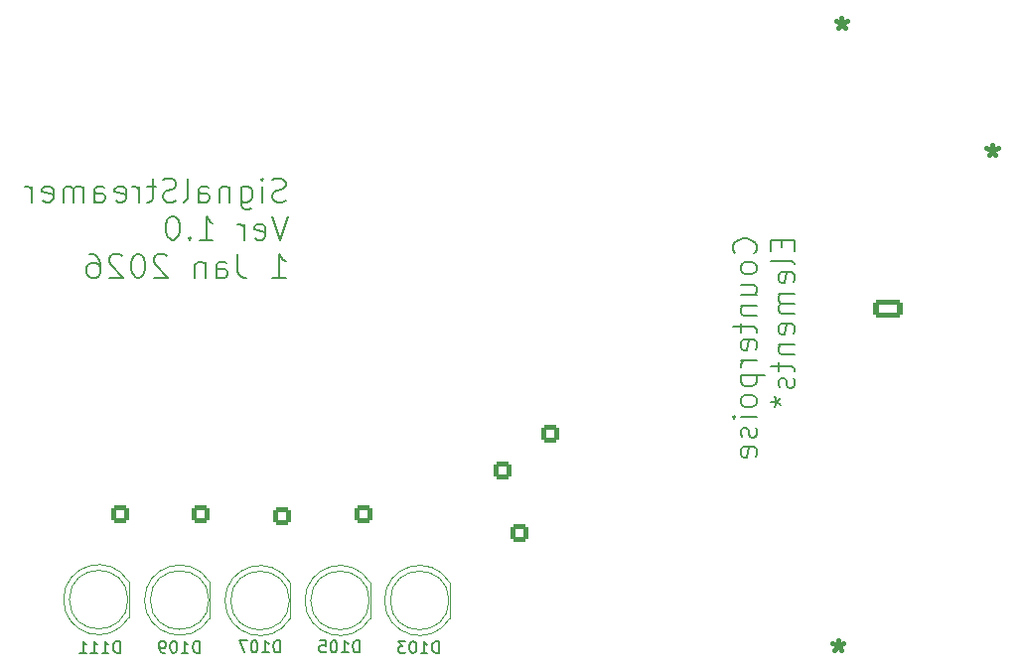
<source format=gbo>
G04 #@! TF.GenerationSoftware,KiCad,Pcbnew,9.0.4*
G04 #@! TF.CreationDate,2026-01-10T10:40:54-05:00*
G04 #@! TF.ProjectId,SignalStreamer,5369676e-616c-4537-9472-65616d65722e,rev?*
G04 #@! TF.SameCoordinates,Original*
G04 #@! TF.FileFunction,Legend,Bot*
G04 #@! TF.FilePolarity,Positive*
%FSLAX46Y46*%
G04 Gerber Fmt 4.6, Leading zero omitted, Abs format (unit mm)*
G04 Created by KiCad (PCBNEW 9.0.4) date 2026-01-10 10:40:54*
%MOMM*%
%LPD*%
G01*
G04 APERTURE LIST*
G04 Aperture macros list*
%AMRoundRect*
0 Rectangle with rounded corners*
0 $1 Rounding radius*
0 $2 $3 $4 $5 $6 $7 $8 $9 X,Y pos of 4 corners*
0 Add a 4 corners polygon primitive as box body*
4,1,4,$2,$3,$4,$5,$6,$7,$8,$9,$2,$3,0*
0 Add four circle primitives for the rounded corners*
1,1,$1+$1,$2,$3*
1,1,$1+$1,$4,$5*
1,1,$1+$1,$6,$7*
1,1,$1+$1,$8,$9*
0 Add four rect primitives between the rounded corners*
20,1,$1+$1,$2,$3,$4,$5,0*
20,1,$1+$1,$4,$5,$6,$7,0*
20,1,$1+$1,$6,$7,$8,$9,0*
20,1,$1+$1,$8,$9,$2,$3,0*%
G04 Aperture macros list end*
%ADD10C,0.150000*%
%ADD11C,0.400000*%
%ADD12C,0.120000*%
%ADD13C,2.600000*%
%ADD14R,1.524000X5.000000*%
%ADD15C,5.000000*%
%ADD16RoundRect,0.250000X-0.550000X0.550000X-0.550000X-0.550000X0.550000X-0.550000X0.550000X0.550000X0*%
%ADD17C,1.600000*%
%ADD18C,2.500000*%
%ADD19C,3.000000*%
%ADD20R,1.800000X1.800000*%
%ADD21C,1.800000*%
%ADD22O,2.500000X1.600000*%
%ADD23C,3.500000*%
%ADD24RoundRect,0.250000X-1.000000X0.550000X-1.000000X-0.550000X1.000000X-0.550000X1.000000X0.550000X0*%
%ADD25RoundRect,0.250000X0.550000X0.550000X-0.550000X0.550000X-0.550000X-0.550000X0.550000X-0.550000X0*%
%ADD26C,7.000000*%
%ADD27R,5.000000X1.524000*%
%ADD28RoundRect,0.250000X-0.550000X-0.550000X0.550000X-0.550000X0.550000X0.550000X-0.550000X0.550000X0*%
%ADD29C,1.440000*%
G04 APERTURE END LIST*
D10*
X81940475Y-114774819D02*
X81940475Y-113774819D01*
X81940475Y-113774819D02*
X81702380Y-113774819D01*
X81702380Y-113774819D02*
X81559523Y-113822438D01*
X81559523Y-113822438D02*
X81464285Y-113917676D01*
X81464285Y-113917676D02*
X81416666Y-114012914D01*
X81416666Y-114012914D02*
X81369047Y-114203390D01*
X81369047Y-114203390D02*
X81369047Y-114346247D01*
X81369047Y-114346247D02*
X81416666Y-114536723D01*
X81416666Y-114536723D02*
X81464285Y-114631961D01*
X81464285Y-114631961D02*
X81559523Y-114727200D01*
X81559523Y-114727200D02*
X81702380Y-114774819D01*
X81702380Y-114774819D02*
X81940475Y-114774819D01*
X80416666Y-114774819D02*
X80988094Y-114774819D01*
X80702380Y-114774819D02*
X80702380Y-113774819D01*
X80702380Y-113774819D02*
X80797618Y-113917676D01*
X80797618Y-113917676D02*
X80892856Y-114012914D01*
X80892856Y-114012914D02*
X80988094Y-114060533D01*
X79797618Y-113774819D02*
X79702380Y-113774819D01*
X79702380Y-113774819D02*
X79607142Y-113822438D01*
X79607142Y-113822438D02*
X79559523Y-113870057D01*
X79559523Y-113870057D02*
X79511904Y-113965295D01*
X79511904Y-113965295D02*
X79464285Y-114155771D01*
X79464285Y-114155771D02*
X79464285Y-114393866D01*
X79464285Y-114393866D02*
X79511904Y-114584342D01*
X79511904Y-114584342D02*
X79559523Y-114679580D01*
X79559523Y-114679580D02*
X79607142Y-114727200D01*
X79607142Y-114727200D02*
X79702380Y-114774819D01*
X79702380Y-114774819D02*
X79797618Y-114774819D01*
X79797618Y-114774819D02*
X79892856Y-114727200D01*
X79892856Y-114727200D02*
X79940475Y-114679580D01*
X79940475Y-114679580D02*
X79988094Y-114584342D01*
X79988094Y-114584342D02*
X80035713Y-114393866D01*
X80035713Y-114393866D02*
X80035713Y-114155771D01*
X80035713Y-114155771D02*
X79988094Y-113965295D01*
X79988094Y-113965295D02*
X79940475Y-113870057D01*
X79940475Y-113870057D02*
X79892856Y-113822438D01*
X79892856Y-113822438D02*
X79797618Y-113774819D01*
X78559523Y-113774819D02*
X79035713Y-113774819D01*
X79035713Y-113774819D02*
X79083332Y-114251009D01*
X79083332Y-114251009D02*
X79035713Y-114203390D01*
X79035713Y-114203390D02*
X78940475Y-114155771D01*
X78940475Y-114155771D02*
X78702380Y-114155771D01*
X78702380Y-114155771D02*
X78607142Y-114203390D01*
X78607142Y-114203390D02*
X78559523Y-114251009D01*
X78559523Y-114251009D02*
X78511904Y-114346247D01*
X78511904Y-114346247D02*
X78511904Y-114584342D01*
X78511904Y-114584342D02*
X78559523Y-114679580D01*
X78559523Y-114679580D02*
X78607142Y-114727200D01*
X78607142Y-114727200D02*
X78702380Y-114774819D01*
X78702380Y-114774819D02*
X78940475Y-114774819D01*
X78940475Y-114774819D02*
X79035713Y-114727200D01*
X79035713Y-114727200D02*
X79083332Y-114679580D01*
D11*
X122724938Y-113724438D02*
X122724938Y-114200628D01*
X123201128Y-114010152D02*
X122724938Y-114200628D01*
X122724938Y-114200628D02*
X122248747Y-114010152D01*
X123010652Y-114581580D02*
X122724938Y-114200628D01*
X122724938Y-114200628D02*
X122439223Y-114581580D01*
D10*
X75640363Y-76272424D02*
X75354649Y-76367662D01*
X75354649Y-76367662D02*
X74878458Y-76367662D01*
X74878458Y-76367662D02*
X74687982Y-76272424D01*
X74687982Y-76272424D02*
X74592744Y-76177185D01*
X74592744Y-76177185D02*
X74497506Y-75986709D01*
X74497506Y-75986709D02*
X74497506Y-75796233D01*
X74497506Y-75796233D02*
X74592744Y-75605757D01*
X74592744Y-75605757D02*
X74687982Y-75510519D01*
X74687982Y-75510519D02*
X74878458Y-75415281D01*
X74878458Y-75415281D02*
X75259411Y-75320043D01*
X75259411Y-75320043D02*
X75449887Y-75224804D01*
X75449887Y-75224804D02*
X75545125Y-75129566D01*
X75545125Y-75129566D02*
X75640363Y-74939090D01*
X75640363Y-74939090D02*
X75640363Y-74748614D01*
X75640363Y-74748614D02*
X75545125Y-74558138D01*
X75545125Y-74558138D02*
X75449887Y-74462900D01*
X75449887Y-74462900D02*
X75259411Y-74367662D01*
X75259411Y-74367662D02*
X74783220Y-74367662D01*
X74783220Y-74367662D02*
X74497506Y-74462900D01*
X73640363Y-76367662D02*
X73640363Y-75034328D01*
X73640363Y-74367662D02*
X73735601Y-74462900D01*
X73735601Y-74462900D02*
X73640363Y-74558138D01*
X73640363Y-74558138D02*
X73545125Y-74462900D01*
X73545125Y-74462900D02*
X73640363Y-74367662D01*
X73640363Y-74367662D02*
X73640363Y-74558138D01*
X71830839Y-75034328D02*
X71830839Y-76653376D01*
X71830839Y-76653376D02*
X71926077Y-76843852D01*
X71926077Y-76843852D02*
X72021315Y-76939090D01*
X72021315Y-76939090D02*
X72211792Y-77034328D01*
X72211792Y-77034328D02*
X72497506Y-77034328D01*
X72497506Y-77034328D02*
X72687982Y-76939090D01*
X71830839Y-76272424D02*
X72021315Y-76367662D01*
X72021315Y-76367662D02*
X72402268Y-76367662D01*
X72402268Y-76367662D02*
X72592744Y-76272424D01*
X72592744Y-76272424D02*
X72687982Y-76177185D01*
X72687982Y-76177185D02*
X72783220Y-75986709D01*
X72783220Y-75986709D02*
X72783220Y-75415281D01*
X72783220Y-75415281D02*
X72687982Y-75224804D01*
X72687982Y-75224804D02*
X72592744Y-75129566D01*
X72592744Y-75129566D02*
X72402268Y-75034328D01*
X72402268Y-75034328D02*
X72021315Y-75034328D01*
X72021315Y-75034328D02*
X71830839Y-75129566D01*
X70878458Y-75034328D02*
X70878458Y-76367662D01*
X70878458Y-75224804D02*
X70783220Y-75129566D01*
X70783220Y-75129566D02*
X70592744Y-75034328D01*
X70592744Y-75034328D02*
X70307029Y-75034328D01*
X70307029Y-75034328D02*
X70116553Y-75129566D01*
X70116553Y-75129566D02*
X70021315Y-75320043D01*
X70021315Y-75320043D02*
X70021315Y-76367662D01*
X68211791Y-76367662D02*
X68211791Y-75320043D01*
X68211791Y-75320043D02*
X68307029Y-75129566D01*
X68307029Y-75129566D02*
X68497505Y-75034328D01*
X68497505Y-75034328D02*
X68878458Y-75034328D01*
X68878458Y-75034328D02*
X69068934Y-75129566D01*
X68211791Y-76272424D02*
X68402267Y-76367662D01*
X68402267Y-76367662D02*
X68878458Y-76367662D01*
X68878458Y-76367662D02*
X69068934Y-76272424D01*
X69068934Y-76272424D02*
X69164172Y-76081947D01*
X69164172Y-76081947D02*
X69164172Y-75891471D01*
X69164172Y-75891471D02*
X69068934Y-75700995D01*
X69068934Y-75700995D02*
X68878458Y-75605757D01*
X68878458Y-75605757D02*
X68402267Y-75605757D01*
X68402267Y-75605757D02*
X68211791Y-75510519D01*
X66973696Y-76367662D02*
X67164172Y-76272424D01*
X67164172Y-76272424D02*
X67259410Y-76081947D01*
X67259410Y-76081947D02*
X67259410Y-74367662D01*
X66307029Y-76272424D02*
X66021315Y-76367662D01*
X66021315Y-76367662D02*
X65545124Y-76367662D01*
X65545124Y-76367662D02*
X65354648Y-76272424D01*
X65354648Y-76272424D02*
X65259410Y-76177185D01*
X65259410Y-76177185D02*
X65164172Y-75986709D01*
X65164172Y-75986709D02*
X65164172Y-75796233D01*
X65164172Y-75796233D02*
X65259410Y-75605757D01*
X65259410Y-75605757D02*
X65354648Y-75510519D01*
X65354648Y-75510519D02*
X65545124Y-75415281D01*
X65545124Y-75415281D02*
X65926077Y-75320043D01*
X65926077Y-75320043D02*
X66116553Y-75224804D01*
X66116553Y-75224804D02*
X66211791Y-75129566D01*
X66211791Y-75129566D02*
X66307029Y-74939090D01*
X66307029Y-74939090D02*
X66307029Y-74748614D01*
X66307029Y-74748614D02*
X66211791Y-74558138D01*
X66211791Y-74558138D02*
X66116553Y-74462900D01*
X66116553Y-74462900D02*
X65926077Y-74367662D01*
X65926077Y-74367662D02*
X65449886Y-74367662D01*
X65449886Y-74367662D02*
X65164172Y-74462900D01*
X64592743Y-75034328D02*
X63830839Y-75034328D01*
X64307029Y-74367662D02*
X64307029Y-76081947D01*
X64307029Y-76081947D02*
X64211791Y-76272424D01*
X64211791Y-76272424D02*
X64021315Y-76367662D01*
X64021315Y-76367662D02*
X63830839Y-76367662D01*
X63164172Y-76367662D02*
X63164172Y-75034328D01*
X63164172Y-75415281D02*
X63068934Y-75224804D01*
X63068934Y-75224804D02*
X62973696Y-75129566D01*
X62973696Y-75129566D02*
X62783220Y-75034328D01*
X62783220Y-75034328D02*
X62592743Y-75034328D01*
X61164172Y-76272424D02*
X61354648Y-76367662D01*
X61354648Y-76367662D02*
X61735601Y-76367662D01*
X61735601Y-76367662D02*
X61926077Y-76272424D01*
X61926077Y-76272424D02*
X62021315Y-76081947D01*
X62021315Y-76081947D02*
X62021315Y-75320043D01*
X62021315Y-75320043D02*
X61926077Y-75129566D01*
X61926077Y-75129566D02*
X61735601Y-75034328D01*
X61735601Y-75034328D02*
X61354648Y-75034328D01*
X61354648Y-75034328D02*
X61164172Y-75129566D01*
X61164172Y-75129566D02*
X61068934Y-75320043D01*
X61068934Y-75320043D02*
X61068934Y-75510519D01*
X61068934Y-75510519D02*
X62021315Y-75700995D01*
X59354648Y-76367662D02*
X59354648Y-75320043D01*
X59354648Y-75320043D02*
X59449886Y-75129566D01*
X59449886Y-75129566D02*
X59640362Y-75034328D01*
X59640362Y-75034328D02*
X60021315Y-75034328D01*
X60021315Y-75034328D02*
X60211791Y-75129566D01*
X59354648Y-76272424D02*
X59545124Y-76367662D01*
X59545124Y-76367662D02*
X60021315Y-76367662D01*
X60021315Y-76367662D02*
X60211791Y-76272424D01*
X60211791Y-76272424D02*
X60307029Y-76081947D01*
X60307029Y-76081947D02*
X60307029Y-75891471D01*
X60307029Y-75891471D02*
X60211791Y-75700995D01*
X60211791Y-75700995D02*
X60021315Y-75605757D01*
X60021315Y-75605757D02*
X59545124Y-75605757D01*
X59545124Y-75605757D02*
X59354648Y-75510519D01*
X58402267Y-76367662D02*
X58402267Y-75034328D01*
X58402267Y-75224804D02*
X58307029Y-75129566D01*
X58307029Y-75129566D02*
X58116553Y-75034328D01*
X58116553Y-75034328D02*
X57830838Y-75034328D01*
X57830838Y-75034328D02*
X57640362Y-75129566D01*
X57640362Y-75129566D02*
X57545124Y-75320043D01*
X57545124Y-75320043D02*
X57545124Y-76367662D01*
X57545124Y-75320043D02*
X57449886Y-75129566D01*
X57449886Y-75129566D02*
X57259410Y-75034328D01*
X57259410Y-75034328D02*
X56973696Y-75034328D01*
X56973696Y-75034328D02*
X56783219Y-75129566D01*
X56783219Y-75129566D02*
X56687981Y-75320043D01*
X56687981Y-75320043D02*
X56687981Y-76367662D01*
X54973695Y-76272424D02*
X55164171Y-76367662D01*
X55164171Y-76367662D02*
X55545124Y-76367662D01*
X55545124Y-76367662D02*
X55735600Y-76272424D01*
X55735600Y-76272424D02*
X55830838Y-76081947D01*
X55830838Y-76081947D02*
X55830838Y-75320043D01*
X55830838Y-75320043D02*
X55735600Y-75129566D01*
X55735600Y-75129566D02*
X55545124Y-75034328D01*
X55545124Y-75034328D02*
X55164171Y-75034328D01*
X55164171Y-75034328D02*
X54973695Y-75129566D01*
X54973695Y-75129566D02*
X54878457Y-75320043D01*
X54878457Y-75320043D02*
X54878457Y-75510519D01*
X54878457Y-75510519D02*
X55830838Y-75700995D01*
X54021314Y-76367662D02*
X54021314Y-75034328D01*
X54021314Y-75415281D02*
X53926076Y-75224804D01*
X53926076Y-75224804D02*
X53830838Y-75129566D01*
X53830838Y-75129566D02*
X53640362Y-75034328D01*
X53640362Y-75034328D02*
X53449885Y-75034328D01*
X75830839Y-77587550D02*
X75164173Y-79587550D01*
X75164173Y-79587550D02*
X74497506Y-77587550D01*
X73068934Y-79492312D02*
X73259410Y-79587550D01*
X73259410Y-79587550D02*
X73640363Y-79587550D01*
X73640363Y-79587550D02*
X73830839Y-79492312D01*
X73830839Y-79492312D02*
X73926077Y-79301835D01*
X73926077Y-79301835D02*
X73926077Y-78539931D01*
X73926077Y-78539931D02*
X73830839Y-78349454D01*
X73830839Y-78349454D02*
X73640363Y-78254216D01*
X73640363Y-78254216D02*
X73259410Y-78254216D01*
X73259410Y-78254216D02*
X73068934Y-78349454D01*
X73068934Y-78349454D02*
X72973696Y-78539931D01*
X72973696Y-78539931D02*
X72973696Y-78730407D01*
X72973696Y-78730407D02*
X73926077Y-78920883D01*
X72116553Y-79587550D02*
X72116553Y-78254216D01*
X72116553Y-78635169D02*
X72021315Y-78444692D01*
X72021315Y-78444692D02*
X71926077Y-78349454D01*
X71926077Y-78349454D02*
X71735601Y-78254216D01*
X71735601Y-78254216D02*
X71545124Y-78254216D01*
X68307029Y-79587550D02*
X69449886Y-79587550D01*
X68878458Y-79587550D02*
X68878458Y-77587550D01*
X68878458Y-77587550D02*
X69068934Y-77873264D01*
X69068934Y-77873264D02*
X69259410Y-78063740D01*
X69259410Y-78063740D02*
X69449886Y-78158978D01*
X67449886Y-79397073D02*
X67354648Y-79492312D01*
X67354648Y-79492312D02*
X67449886Y-79587550D01*
X67449886Y-79587550D02*
X67545124Y-79492312D01*
X67545124Y-79492312D02*
X67449886Y-79397073D01*
X67449886Y-79397073D02*
X67449886Y-79587550D01*
X66116553Y-77587550D02*
X65926076Y-77587550D01*
X65926076Y-77587550D02*
X65735600Y-77682788D01*
X65735600Y-77682788D02*
X65640362Y-77778026D01*
X65640362Y-77778026D02*
X65545124Y-77968502D01*
X65545124Y-77968502D02*
X65449886Y-78349454D01*
X65449886Y-78349454D02*
X65449886Y-78825645D01*
X65449886Y-78825645D02*
X65545124Y-79206597D01*
X65545124Y-79206597D02*
X65640362Y-79397073D01*
X65640362Y-79397073D02*
X65735600Y-79492312D01*
X65735600Y-79492312D02*
X65926076Y-79587550D01*
X65926076Y-79587550D02*
X66116553Y-79587550D01*
X66116553Y-79587550D02*
X66307029Y-79492312D01*
X66307029Y-79492312D02*
X66402267Y-79397073D01*
X66402267Y-79397073D02*
X66497505Y-79206597D01*
X66497505Y-79206597D02*
X66592743Y-78825645D01*
X66592743Y-78825645D02*
X66592743Y-78349454D01*
X66592743Y-78349454D02*
X66497505Y-77968502D01*
X66497505Y-77968502D02*
X66402267Y-77778026D01*
X66402267Y-77778026D02*
X66307029Y-77682788D01*
X66307029Y-77682788D02*
X66116553Y-77587550D01*
X74497506Y-82807438D02*
X75640363Y-82807438D01*
X75068935Y-82807438D02*
X75068935Y-80807438D01*
X75068935Y-80807438D02*
X75259411Y-81093152D01*
X75259411Y-81093152D02*
X75449887Y-81283628D01*
X75449887Y-81283628D02*
X75640363Y-81378866D01*
X71545124Y-80807438D02*
X71545124Y-82236009D01*
X71545124Y-82236009D02*
X71640363Y-82521723D01*
X71640363Y-82521723D02*
X71830839Y-82712200D01*
X71830839Y-82712200D02*
X72116553Y-82807438D01*
X72116553Y-82807438D02*
X72307029Y-82807438D01*
X69735600Y-82807438D02*
X69735600Y-81759819D01*
X69735600Y-81759819D02*
X69830838Y-81569342D01*
X69830838Y-81569342D02*
X70021314Y-81474104D01*
X70021314Y-81474104D02*
X70402267Y-81474104D01*
X70402267Y-81474104D02*
X70592743Y-81569342D01*
X69735600Y-82712200D02*
X69926076Y-82807438D01*
X69926076Y-82807438D02*
X70402267Y-82807438D01*
X70402267Y-82807438D02*
X70592743Y-82712200D01*
X70592743Y-82712200D02*
X70687981Y-82521723D01*
X70687981Y-82521723D02*
X70687981Y-82331247D01*
X70687981Y-82331247D02*
X70592743Y-82140771D01*
X70592743Y-82140771D02*
X70402267Y-82045533D01*
X70402267Y-82045533D02*
X69926076Y-82045533D01*
X69926076Y-82045533D02*
X69735600Y-81950295D01*
X68783219Y-81474104D02*
X68783219Y-82807438D01*
X68783219Y-81664580D02*
X68687981Y-81569342D01*
X68687981Y-81569342D02*
X68497505Y-81474104D01*
X68497505Y-81474104D02*
X68211790Y-81474104D01*
X68211790Y-81474104D02*
X68021314Y-81569342D01*
X68021314Y-81569342D02*
X67926076Y-81759819D01*
X67926076Y-81759819D02*
X67926076Y-82807438D01*
X65545123Y-80997914D02*
X65449885Y-80902676D01*
X65449885Y-80902676D02*
X65259409Y-80807438D01*
X65259409Y-80807438D02*
X64783218Y-80807438D01*
X64783218Y-80807438D02*
X64592742Y-80902676D01*
X64592742Y-80902676D02*
X64497504Y-80997914D01*
X64497504Y-80997914D02*
X64402266Y-81188390D01*
X64402266Y-81188390D02*
X64402266Y-81378866D01*
X64402266Y-81378866D02*
X64497504Y-81664580D01*
X64497504Y-81664580D02*
X65640361Y-82807438D01*
X65640361Y-82807438D02*
X64402266Y-82807438D01*
X63164171Y-80807438D02*
X62973694Y-80807438D01*
X62973694Y-80807438D02*
X62783218Y-80902676D01*
X62783218Y-80902676D02*
X62687980Y-80997914D01*
X62687980Y-80997914D02*
X62592742Y-81188390D01*
X62592742Y-81188390D02*
X62497504Y-81569342D01*
X62497504Y-81569342D02*
X62497504Y-82045533D01*
X62497504Y-82045533D02*
X62592742Y-82426485D01*
X62592742Y-82426485D02*
X62687980Y-82616961D01*
X62687980Y-82616961D02*
X62783218Y-82712200D01*
X62783218Y-82712200D02*
X62973694Y-82807438D01*
X62973694Y-82807438D02*
X63164171Y-82807438D01*
X63164171Y-82807438D02*
X63354647Y-82712200D01*
X63354647Y-82712200D02*
X63449885Y-82616961D01*
X63449885Y-82616961D02*
X63545123Y-82426485D01*
X63545123Y-82426485D02*
X63640361Y-82045533D01*
X63640361Y-82045533D02*
X63640361Y-81569342D01*
X63640361Y-81569342D02*
X63545123Y-81188390D01*
X63545123Y-81188390D02*
X63449885Y-80997914D01*
X63449885Y-80997914D02*
X63354647Y-80902676D01*
X63354647Y-80902676D02*
X63164171Y-80807438D01*
X61735599Y-80997914D02*
X61640361Y-80902676D01*
X61640361Y-80902676D02*
X61449885Y-80807438D01*
X61449885Y-80807438D02*
X60973694Y-80807438D01*
X60973694Y-80807438D02*
X60783218Y-80902676D01*
X60783218Y-80902676D02*
X60687980Y-80997914D01*
X60687980Y-80997914D02*
X60592742Y-81188390D01*
X60592742Y-81188390D02*
X60592742Y-81378866D01*
X60592742Y-81378866D02*
X60687980Y-81664580D01*
X60687980Y-81664580D02*
X61830837Y-82807438D01*
X61830837Y-82807438D02*
X60592742Y-82807438D01*
X58878456Y-80807438D02*
X59259409Y-80807438D01*
X59259409Y-80807438D02*
X59449885Y-80902676D01*
X59449885Y-80902676D02*
X59545123Y-80997914D01*
X59545123Y-80997914D02*
X59735599Y-81283628D01*
X59735599Y-81283628D02*
X59830837Y-81664580D01*
X59830837Y-81664580D02*
X59830837Y-82426485D01*
X59830837Y-82426485D02*
X59735599Y-82616961D01*
X59735599Y-82616961D02*
X59640361Y-82712200D01*
X59640361Y-82712200D02*
X59449885Y-82807438D01*
X59449885Y-82807438D02*
X59068932Y-82807438D01*
X59068932Y-82807438D02*
X58878456Y-82712200D01*
X58878456Y-82712200D02*
X58783218Y-82616961D01*
X58783218Y-82616961D02*
X58687980Y-82426485D01*
X58687980Y-82426485D02*
X58687980Y-81950295D01*
X58687980Y-81950295D02*
X58783218Y-81759819D01*
X58783218Y-81759819D02*
X58878456Y-81664580D01*
X58878456Y-81664580D02*
X59068932Y-81569342D01*
X59068932Y-81569342D02*
X59449885Y-81569342D01*
X59449885Y-81569342D02*
X59640361Y-81664580D01*
X59640361Y-81664580D02*
X59735599Y-81759819D01*
X59735599Y-81759819D02*
X59830837Y-81950295D01*
X68290475Y-114814819D02*
X68290475Y-113814819D01*
X68290475Y-113814819D02*
X68052380Y-113814819D01*
X68052380Y-113814819D02*
X67909523Y-113862438D01*
X67909523Y-113862438D02*
X67814285Y-113957676D01*
X67814285Y-113957676D02*
X67766666Y-114052914D01*
X67766666Y-114052914D02*
X67719047Y-114243390D01*
X67719047Y-114243390D02*
X67719047Y-114386247D01*
X67719047Y-114386247D02*
X67766666Y-114576723D01*
X67766666Y-114576723D02*
X67814285Y-114671961D01*
X67814285Y-114671961D02*
X67909523Y-114767200D01*
X67909523Y-114767200D02*
X68052380Y-114814819D01*
X68052380Y-114814819D02*
X68290475Y-114814819D01*
X66766666Y-114814819D02*
X67338094Y-114814819D01*
X67052380Y-114814819D02*
X67052380Y-113814819D01*
X67052380Y-113814819D02*
X67147618Y-113957676D01*
X67147618Y-113957676D02*
X67242856Y-114052914D01*
X67242856Y-114052914D02*
X67338094Y-114100533D01*
X66147618Y-113814819D02*
X66052380Y-113814819D01*
X66052380Y-113814819D02*
X65957142Y-113862438D01*
X65957142Y-113862438D02*
X65909523Y-113910057D01*
X65909523Y-113910057D02*
X65861904Y-114005295D01*
X65861904Y-114005295D02*
X65814285Y-114195771D01*
X65814285Y-114195771D02*
X65814285Y-114433866D01*
X65814285Y-114433866D02*
X65861904Y-114624342D01*
X65861904Y-114624342D02*
X65909523Y-114719580D01*
X65909523Y-114719580D02*
X65957142Y-114767200D01*
X65957142Y-114767200D02*
X66052380Y-114814819D01*
X66052380Y-114814819D02*
X66147618Y-114814819D01*
X66147618Y-114814819D02*
X66242856Y-114767200D01*
X66242856Y-114767200D02*
X66290475Y-114719580D01*
X66290475Y-114719580D02*
X66338094Y-114624342D01*
X66338094Y-114624342D02*
X66385713Y-114433866D01*
X66385713Y-114433866D02*
X66385713Y-114195771D01*
X66385713Y-114195771D02*
X66338094Y-114005295D01*
X66338094Y-114005295D02*
X66290475Y-113910057D01*
X66290475Y-113910057D02*
X66242856Y-113862438D01*
X66242856Y-113862438D02*
X66147618Y-113814819D01*
X65338094Y-114814819D02*
X65147618Y-114814819D01*
X65147618Y-114814819D02*
X65052380Y-114767200D01*
X65052380Y-114767200D02*
X65004761Y-114719580D01*
X65004761Y-114719580D02*
X64909523Y-114576723D01*
X64909523Y-114576723D02*
X64861904Y-114386247D01*
X64861904Y-114386247D02*
X64861904Y-114005295D01*
X64861904Y-114005295D02*
X64909523Y-113910057D01*
X64909523Y-113910057D02*
X64957142Y-113862438D01*
X64957142Y-113862438D02*
X65052380Y-113814819D01*
X65052380Y-113814819D02*
X65242856Y-113814819D01*
X65242856Y-113814819D02*
X65338094Y-113862438D01*
X65338094Y-113862438D02*
X65385713Y-113910057D01*
X65385713Y-113910057D02*
X65433332Y-114005295D01*
X65433332Y-114005295D02*
X65433332Y-114243390D01*
X65433332Y-114243390D02*
X65385713Y-114338628D01*
X65385713Y-114338628D02*
X65338094Y-114386247D01*
X65338094Y-114386247D02*
X65242856Y-114433866D01*
X65242856Y-114433866D02*
X65052380Y-114433866D01*
X65052380Y-114433866D02*
X64957142Y-114386247D01*
X64957142Y-114386247D02*
X64909523Y-114338628D01*
X64909523Y-114338628D02*
X64861904Y-114243390D01*
X75160475Y-114774819D02*
X75160475Y-113774819D01*
X75160475Y-113774819D02*
X74922380Y-113774819D01*
X74922380Y-113774819D02*
X74779523Y-113822438D01*
X74779523Y-113822438D02*
X74684285Y-113917676D01*
X74684285Y-113917676D02*
X74636666Y-114012914D01*
X74636666Y-114012914D02*
X74589047Y-114203390D01*
X74589047Y-114203390D02*
X74589047Y-114346247D01*
X74589047Y-114346247D02*
X74636666Y-114536723D01*
X74636666Y-114536723D02*
X74684285Y-114631961D01*
X74684285Y-114631961D02*
X74779523Y-114727200D01*
X74779523Y-114727200D02*
X74922380Y-114774819D01*
X74922380Y-114774819D02*
X75160475Y-114774819D01*
X73636666Y-114774819D02*
X74208094Y-114774819D01*
X73922380Y-114774819D02*
X73922380Y-113774819D01*
X73922380Y-113774819D02*
X74017618Y-113917676D01*
X74017618Y-113917676D02*
X74112856Y-114012914D01*
X74112856Y-114012914D02*
X74208094Y-114060533D01*
X73017618Y-113774819D02*
X72922380Y-113774819D01*
X72922380Y-113774819D02*
X72827142Y-113822438D01*
X72827142Y-113822438D02*
X72779523Y-113870057D01*
X72779523Y-113870057D02*
X72731904Y-113965295D01*
X72731904Y-113965295D02*
X72684285Y-114155771D01*
X72684285Y-114155771D02*
X72684285Y-114393866D01*
X72684285Y-114393866D02*
X72731904Y-114584342D01*
X72731904Y-114584342D02*
X72779523Y-114679580D01*
X72779523Y-114679580D02*
X72827142Y-114727200D01*
X72827142Y-114727200D02*
X72922380Y-114774819D01*
X72922380Y-114774819D02*
X73017618Y-114774819D01*
X73017618Y-114774819D02*
X73112856Y-114727200D01*
X73112856Y-114727200D02*
X73160475Y-114679580D01*
X73160475Y-114679580D02*
X73208094Y-114584342D01*
X73208094Y-114584342D02*
X73255713Y-114393866D01*
X73255713Y-114393866D02*
X73255713Y-114155771D01*
X73255713Y-114155771D02*
X73208094Y-113965295D01*
X73208094Y-113965295D02*
X73160475Y-113870057D01*
X73160475Y-113870057D02*
X73112856Y-113822438D01*
X73112856Y-113822438D02*
X73017618Y-113774819D01*
X72350951Y-113774819D02*
X71684285Y-113774819D01*
X71684285Y-113774819D02*
X72112856Y-114774819D01*
X88690475Y-114844819D02*
X88690475Y-113844819D01*
X88690475Y-113844819D02*
X88452380Y-113844819D01*
X88452380Y-113844819D02*
X88309523Y-113892438D01*
X88309523Y-113892438D02*
X88214285Y-113987676D01*
X88214285Y-113987676D02*
X88166666Y-114082914D01*
X88166666Y-114082914D02*
X88119047Y-114273390D01*
X88119047Y-114273390D02*
X88119047Y-114416247D01*
X88119047Y-114416247D02*
X88166666Y-114606723D01*
X88166666Y-114606723D02*
X88214285Y-114701961D01*
X88214285Y-114701961D02*
X88309523Y-114797200D01*
X88309523Y-114797200D02*
X88452380Y-114844819D01*
X88452380Y-114844819D02*
X88690475Y-114844819D01*
X87166666Y-114844819D02*
X87738094Y-114844819D01*
X87452380Y-114844819D02*
X87452380Y-113844819D01*
X87452380Y-113844819D02*
X87547618Y-113987676D01*
X87547618Y-113987676D02*
X87642856Y-114082914D01*
X87642856Y-114082914D02*
X87738094Y-114130533D01*
X86547618Y-113844819D02*
X86452380Y-113844819D01*
X86452380Y-113844819D02*
X86357142Y-113892438D01*
X86357142Y-113892438D02*
X86309523Y-113940057D01*
X86309523Y-113940057D02*
X86261904Y-114035295D01*
X86261904Y-114035295D02*
X86214285Y-114225771D01*
X86214285Y-114225771D02*
X86214285Y-114463866D01*
X86214285Y-114463866D02*
X86261904Y-114654342D01*
X86261904Y-114654342D02*
X86309523Y-114749580D01*
X86309523Y-114749580D02*
X86357142Y-114797200D01*
X86357142Y-114797200D02*
X86452380Y-114844819D01*
X86452380Y-114844819D02*
X86547618Y-114844819D01*
X86547618Y-114844819D02*
X86642856Y-114797200D01*
X86642856Y-114797200D02*
X86690475Y-114749580D01*
X86690475Y-114749580D02*
X86738094Y-114654342D01*
X86738094Y-114654342D02*
X86785713Y-114463866D01*
X86785713Y-114463866D02*
X86785713Y-114225771D01*
X86785713Y-114225771D02*
X86738094Y-114035295D01*
X86738094Y-114035295D02*
X86690475Y-113940057D01*
X86690475Y-113940057D02*
X86642856Y-113892438D01*
X86642856Y-113892438D02*
X86547618Y-113844819D01*
X85880951Y-113844819D02*
X85261904Y-113844819D01*
X85261904Y-113844819D02*
X85595237Y-114225771D01*
X85595237Y-114225771D02*
X85452380Y-114225771D01*
X85452380Y-114225771D02*
X85357142Y-114273390D01*
X85357142Y-114273390D02*
X85309523Y-114321009D01*
X85309523Y-114321009D02*
X85261904Y-114416247D01*
X85261904Y-114416247D02*
X85261904Y-114654342D01*
X85261904Y-114654342D02*
X85309523Y-114749580D01*
X85309523Y-114749580D02*
X85357142Y-114797200D01*
X85357142Y-114797200D02*
X85452380Y-114844819D01*
X85452380Y-114844819D02*
X85738094Y-114844819D01*
X85738094Y-114844819D02*
X85833332Y-114797200D01*
X85833332Y-114797200D02*
X85880951Y-114749580D01*
X115597073Y-80727731D02*
X115692312Y-80632493D01*
X115692312Y-80632493D02*
X115787550Y-80346779D01*
X115787550Y-80346779D02*
X115787550Y-80156303D01*
X115787550Y-80156303D02*
X115692312Y-79870588D01*
X115692312Y-79870588D02*
X115501835Y-79680112D01*
X115501835Y-79680112D02*
X115311359Y-79584874D01*
X115311359Y-79584874D02*
X114930407Y-79489636D01*
X114930407Y-79489636D02*
X114644692Y-79489636D01*
X114644692Y-79489636D02*
X114263740Y-79584874D01*
X114263740Y-79584874D02*
X114073264Y-79680112D01*
X114073264Y-79680112D02*
X113882788Y-79870588D01*
X113882788Y-79870588D02*
X113787550Y-80156303D01*
X113787550Y-80156303D02*
X113787550Y-80346779D01*
X113787550Y-80346779D02*
X113882788Y-80632493D01*
X113882788Y-80632493D02*
X113978026Y-80727731D01*
X115787550Y-81870588D02*
X115692312Y-81680112D01*
X115692312Y-81680112D02*
X115597073Y-81584874D01*
X115597073Y-81584874D02*
X115406597Y-81489636D01*
X115406597Y-81489636D02*
X114835169Y-81489636D01*
X114835169Y-81489636D02*
X114644692Y-81584874D01*
X114644692Y-81584874D02*
X114549454Y-81680112D01*
X114549454Y-81680112D02*
X114454216Y-81870588D01*
X114454216Y-81870588D02*
X114454216Y-82156303D01*
X114454216Y-82156303D02*
X114549454Y-82346779D01*
X114549454Y-82346779D02*
X114644692Y-82442017D01*
X114644692Y-82442017D02*
X114835169Y-82537255D01*
X114835169Y-82537255D02*
X115406597Y-82537255D01*
X115406597Y-82537255D02*
X115597073Y-82442017D01*
X115597073Y-82442017D02*
X115692312Y-82346779D01*
X115692312Y-82346779D02*
X115787550Y-82156303D01*
X115787550Y-82156303D02*
X115787550Y-81870588D01*
X114454216Y-84251541D02*
X115787550Y-84251541D01*
X114454216Y-83394398D02*
X115501835Y-83394398D01*
X115501835Y-83394398D02*
X115692312Y-83489636D01*
X115692312Y-83489636D02*
X115787550Y-83680112D01*
X115787550Y-83680112D02*
X115787550Y-83965827D01*
X115787550Y-83965827D02*
X115692312Y-84156303D01*
X115692312Y-84156303D02*
X115597073Y-84251541D01*
X114454216Y-85203922D02*
X115787550Y-85203922D01*
X114644692Y-85203922D02*
X114549454Y-85299160D01*
X114549454Y-85299160D02*
X114454216Y-85489636D01*
X114454216Y-85489636D02*
X114454216Y-85775351D01*
X114454216Y-85775351D02*
X114549454Y-85965827D01*
X114549454Y-85965827D02*
X114739931Y-86061065D01*
X114739931Y-86061065D02*
X115787550Y-86061065D01*
X114454216Y-86727732D02*
X114454216Y-87489636D01*
X113787550Y-87013446D02*
X115501835Y-87013446D01*
X115501835Y-87013446D02*
X115692312Y-87108684D01*
X115692312Y-87108684D02*
X115787550Y-87299160D01*
X115787550Y-87299160D02*
X115787550Y-87489636D01*
X115692312Y-88918208D02*
X115787550Y-88727732D01*
X115787550Y-88727732D02*
X115787550Y-88346779D01*
X115787550Y-88346779D02*
X115692312Y-88156303D01*
X115692312Y-88156303D02*
X115501835Y-88061065D01*
X115501835Y-88061065D02*
X114739931Y-88061065D01*
X114739931Y-88061065D02*
X114549454Y-88156303D01*
X114549454Y-88156303D02*
X114454216Y-88346779D01*
X114454216Y-88346779D02*
X114454216Y-88727732D01*
X114454216Y-88727732D02*
X114549454Y-88918208D01*
X114549454Y-88918208D02*
X114739931Y-89013446D01*
X114739931Y-89013446D02*
X114930407Y-89013446D01*
X114930407Y-89013446D02*
X115120883Y-88061065D01*
X115787550Y-89870589D02*
X114454216Y-89870589D01*
X114835169Y-89870589D02*
X114644692Y-89965827D01*
X114644692Y-89965827D02*
X114549454Y-90061065D01*
X114549454Y-90061065D02*
X114454216Y-90251541D01*
X114454216Y-90251541D02*
X114454216Y-90442018D01*
X114454216Y-91108684D02*
X116454216Y-91108684D01*
X114549454Y-91108684D02*
X114454216Y-91299160D01*
X114454216Y-91299160D02*
X114454216Y-91680113D01*
X114454216Y-91680113D02*
X114549454Y-91870589D01*
X114549454Y-91870589D02*
X114644692Y-91965827D01*
X114644692Y-91965827D02*
X114835169Y-92061065D01*
X114835169Y-92061065D02*
X115406597Y-92061065D01*
X115406597Y-92061065D02*
X115597073Y-91965827D01*
X115597073Y-91965827D02*
X115692312Y-91870589D01*
X115692312Y-91870589D02*
X115787550Y-91680113D01*
X115787550Y-91680113D02*
X115787550Y-91299160D01*
X115787550Y-91299160D02*
X115692312Y-91108684D01*
X115787550Y-93203922D02*
X115692312Y-93013446D01*
X115692312Y-93013446D02*
X115597073Y-92918208D01*
X115597073Y-92918208D02*
X115406597Y-92822970D01*
X115406597Y-92822970D02*
X114835169Y-92822970D01*
X114835169Y-92822970D02*
X114644692Y-92918208D01*
X114644692Y-92918208D02*
X114549454Y-93013446D01*
X114549454Y-93013446D02*
X114454216Y-93203922D01*
X114454216Y-93203922D02*
X114454216Y-93489637D01*
X114454216Y-93489637D02*
X114549454Y-93680113D01*
X114549454Y-93680113D02*
X114644692Y-93775351D01*
X114644692Y-93775351D02*
X114835169Y-93870589D01*
X114835169Y-93870589D02*
X115406597Y-93870589D01*
X115406597Y-93870589D02*
X115597073Y-93775351D01*
X115597073Y-93775351D02*
X115692312Y-93680113D01*
X115692312Y-93680113D02*
X115787550Y-93489637D01*
X115787550Y-93489637D02*
X115787550Y-93203922D01*
X115787550Y-94727732D02*
X114454216Y-94727732D01*
X113787550Y-94727732D02*
X113882788Y-94632494D01*
X113882788Y-94632494D02*
X113978026Y-94727732D01*
X113978026Y-94727732D02*
X113882788Y-94822970D01*
X113882788Y-94822970D02*
X113787550Y-94727732D01*
X113787550Y-94727732D02*
X113978026Y-94727732D01*
X115692312Y-95584875D02*
X115787550Y-95775351D01*
X115787550Y-95775351D02*
X115787550Y-96156303D01*
X115787550Y-96156303D02*
X115692312Y-96346780D01*
X115692312Y-96346780D02*
X115501835Y-96442018D01*
X115501835Y-96442018D02*
X115406597Y-96442018D01*
X115406597Y-96442018D02*
X115216121Y-96346780D01*
X115216121Y-96346780D02*
X115120883Y-96156303D01*
X115120883Y-96156303D02*
X115120883Y-95870589D01*
X115120883Y-95870589D02*
X115025645Y-95680113D01*
X115025645Y-95680113D02*
X114835169Y-95584875D01*
X114835169Y-95584875D02*
X114739931Y-95584875D01*
X114739931Y-95584875D02*
X114549454Y-95680113D01*
X114549454Y-95680113D02*
X114454216Y-95870589D01*
X114454216Y-95870589D02*
X114454216Y-96156303D01*
X114454216Y-96156303D02*
X114549454Y-96346780D01*
X115692312Y-98061066D02*
X115787550Y-97870590D01*
X115787550Y-97870590D02*
X115787550Y-97489637D01*
X115787550Y-97489637D02*
X115692312Y-97299161D01*
X115692312Y-97299161D02*
X115501835Y-97203923D01*
X115501835Y-97203923D02*
X114739931Y-97203923D01*
X114739931Y-97203923D02*
X114549454Y-97299161D01*
X114549454Y-97299161D02*
X114454216Y-97489637D01*
X114454216Y-97489637D02*
X114454216Y-97870590D01*
X114454216Y-97870590D02*
X114549454Y-98061066D01*
X114549454Y-98061066D02*
X114739931Y-98156304D01*
X114739931Y-98156304D02*
X114930407Y-98156304D01*
X114930407Y-98156304D02*
X115120883Y-97203923D01*
X117959819Y-79584874D02*
X117959819Y-80251541D01*
X119007438Y-80537255D02*
X119007438Y-79584874D01*
X119007438Y-79584874D02*
X117007438Y-79584874D01*
X117007438Y-79584874D02*
X117007438Y-80537255D01*
X119007438Y-81680112D02*
X118912200Y-81489636D01*
X118912200Y-81489636D02*
X118721723Y-81394398D01*
X118721723Y-81394398D02*
X117007438Y-81394398D01*
X118912200Y-83203922D02*
X119007438Y-83013446D01*
X119007438Y-83013446D02*
X119007438Y-82632493D01*
X119007438Y-82632493D02*
X118912200Y-82442017D01*
X118912200Y-82442017D02*
X118721723Y-82346779D01*
X118721723Y-82346779D02*
X117959819Y-82346779D01*
X117959819Y-82346779D02*
X117769342Y-82442017D01*
X117769342Y-82442017D02*
X117674104Y-82632493D01*
X117674104Y-82632493D02*
X117674104Y-83013446D01*
X117674104Y-83013446D02*
X117769342Y-83203922D01*
X117769342Y-83203922D02*
X117959819Y-83299160D01*
X117959819Y-83299160D02*
X118150295Y-83299160D01*
X118150295Y-83299160D02*
X118340771Y-82346779D01*
X119007438Y-84156303D02*
X117674104Y-84156303D01*
X117864580Y-84156303D02*
X117769342Y-84251541D01*
X117769342Y-84251541D02*
X117674104Y-84442017D01*
X117674104Y-84442017D02*
X117674104Y-84727732D01*
X117674104Y-84727732D02*
X117769342Y-84918208D01*
X117769342Y-84918208D02*
X117959819Y-85013446D01*
X117959819Y-85013446D02*
X119007438Y-85013446D01*
X117959819Y-85013446D02*
X117769342Y-85108684D01*
X117769342Y-85108684D02*
X117674104Y-85299160D01*
X117674104Y-85299160D02*
X117674104Y-85584874D01*
X117674104Y-85584874D02*
X117769342Y-85775351D01*
X117769342Y-85775351D02*
X117959819Y-85870589D01*
X117959819Y-85870589D02*
X119007438Y-85870589D01*
X118912200Y-87584875D02*
X119007438Y-87394399D01*
X119007438Y-87394399D02*
X119007438Y-87013446D01*
X119007438Y-87013446D02*
X118912200Y-86822970D01*
X118912200Y-86822970D02*
X118721723Y-86727732D01*
X118721723Y-86727732D02*
X117959819Y-86727732D01*
X117959819Y-86727732D02*
X117769342Y-86822970D01*
X117769342Y-86822970D02*
X117674104Y-87013446D01*
X117674104Y-87013446D02*
X117674104Y-87394399D01*
X117674104Y-87394399D02*
X117769342Y-87584875D01*
X117769342Y-87584875D02*
X117959819Y-87680113D01*
X117959819Y-87680113D02*
X118150295Y-87680113D01*
X118150295Y-87680113D02*
X118340771Y-86727732D01*
X117674104Y-88537256D02*
X119007438Y-88537256D01*
X117864580Y-88537256D02*
X117769342Y-88632494D01*
X117769342Y-88632494D02*
X117674104Y-88822970D01*
X117674104Y-88822970D02*
X117674104Y-89108685D01*
X117674104Y-89108685D02*
X117769342Y-89299161D01*
X117769342Y-89299161D02*
X117959819Y-89394399D01*
X117959819Y-89394399D02*
X119007438Y-89394399D01*
X117674104Y-90061066D02*
X117674104Y-90822970D01*
X117007438Y-90346780D02*
X118721723Y-90346780D01*
X118721723Y-90346780D02*
X118912200Y-90442018D01*
X118912200Y-90442018D02*
X119007438Y-90632494D01*
X119007438Y-90632494D02*
X119007438Y-90822970D01*
X118912200Y-91394399D02*
X119007438Y-91584875D01*
X119007438Y-91584875D02*
X119007438Y-91965827D01*
X119007438Y-91965827D02*
X118912200Y-92156304D01*
X118912200Y-92156304D02*
X118721723Y-92251542D01*
X118721723Y-92251542D02*
X118626485Y-92251542D01*
X118626485Y-92251542D02*
X118436009Y-92156304D01*
X118436009Y-92156304D02*
X118340771Y-91965827D01*
X118340771Y-91965827D02*
X118340771Y-91680113D01*
X118340771Y-91680113D02*
X118245533Y-91489637D01*
X118245533Y-91489637D02*
X118055057Y-91394399D01*
X118055057Y-91394399D02*
X117959819Y-91394399D01*
X117959819Y-91394399D02*
X117769342Y-91489637D01*
X117769342Y-91489637D02*
X117674104Y-91680113D01*
X117674104Y-91680113D02*
X117674104Y-91965827D01*
X117674104Y-91965827D02*
X117769342Y-92156304D01*
X117007438Y-93394399D02*
X117483628Y-93394399D01*
X117293152Y-92918209D02*
X117483628Y-93394399D01*
X117483628Y-93394399D02*
X117293152Y-93870590D01*
X117864580Y-93108685D02*
X117483628Y-93394399D01*
X117483628Y-93394399D02*
X117864580Y-93680114D01*
D11*
X135874938Y-71484438D02*
X135874938Y-71960628D01*
X136351128Y-71770152D02*
X135874938Y-71960628D01*
X135874938Y-71960628D02*
X135398747Y-71770152D01*
X136160652Y-72341580D02*
X135874938Y-71960628D01*
X135874938Y-71960628D02*
X135589223Y-72341580D01*
X123024938Y-60654438D02*
X123024938Y-61130628D01*
X123501128Y-60940152D02*
X123024938Y-61130628D01*
X123024938Y-61130628D02*
X122548747Y-60940152D01*
X123310652Y-61511580D02*
X123024938Y-61130628D01*
X123024938Y-61130628D02*
X122739223Y-61511580D01*
D10*
X61510475Y-114814819D02*
X61510475Y-113814819D01*
X61510475Y-113814819D02*
X61272380Y-113814819D01*
X61272380Y-113814819D02*
X61129523Y-113862438D01*
X61129523Y-113862438D02*
X61034285Y-113957676D01*
X61034285Y-113957676D02*
X60986666Y-114052914D01*
X60986666Y-114052914D02*
X60939047Y-114243390D01*
X60939047Y-114243390D02*
X60939047Y-114386247D01*
X60939047Y-114386247D02*
X60986666Y-114576723D01*
X60986666Y-114576723D02*
X61034285Y-114671961D01*
X61034285Y-114671961D02*
X61129523Y-114767200D01*
X61129523Y-114767200D02*
X61272380Y-114814819D01*
X61272380Y-114814819D02*
X61510475Y-114814819D01*
X59986666Y-114814819D02*
X60558094Y-114814819D01*
X60272380Y-114814819D02*
X60272380Y-113814819D01*
X60272380Y-113814819D02*
X60367618Y-113957676D01*
X60367618Y-113957676D02*
X60462856Y-114052914D01*
X60462856Y-114052914D02*
X60558094Y-114100533D01*
X59034285Y-114814819D02*
X59605713Y-114814819D01*
X59319999Y-114814819D02*
X59319999Y-113814819D01*
X59319999Y-113814819D02*
X59415237Y-113957676D01*
X59415237Y-113957676D02*
X59510475Y-114052914D01*
X59510475Y-114052914D02*
X59605713Y-114100533D01*
X58081904Y-114814819D02*
X58653332Y-114814819D01*
X58367618Y-114814819D02*
X58367618Y-113814819D01*
X58367618Y-113814819D02*
X58462856Y-113957676D01*
X58462856Y-113957676D02*
X58558094Y-114052914D01*
X58558094Y-114052914D02*
X58653332Y-114100533D01*
D12*
X62265000Y-111825000D02*
X62265000Y-108735000D01*
X56715000Y-110280000D02*
G75*
G02*
X62265000Y-108735170I2990000J0D01*
G01*
X62265000Y-111824830D02*
G75*
G02*
X56715000Y-110280000I-2560000J1544830D01*
G01*
X62205000Y-110280000D02*
G75*
G02*
X57205000Y-110280000I-2500000J0D01*
G01*
X57205000Y-110280000D02*
G75*
G02*
X62205000Y-110280000I2500000J0D01*
G01*
X82840000Y-111895001D02*
X82840000Y-108805001D01*
X77290000Y-110350001D02*
G75*
G02*
X82840000Y-108805171I2990000J0D01*
G01*
X82840000Y-111894831D02*
G75*
G02*
X77290000Y-110350001I-2560000J1544831D01*
G01*
X82780000Y-110350001D02*
G75*
G02*
X77780000Y-110350001I-2500000J0D01*
G01*
X77780000Y-110350001D02*
G75*
G02*
X82780000Y-110350001I2500000J0D01*
G01*
X76025001Y-111905000D02*
X76025001Y-108815000D01*
X70475001Y-110360000D02*
G75*
G02*
X76025001Y-108815170I2990000J0D01*
G01*
X76025001Y-111904830D02*
G75*
G02*
X70475001Y-110360000I-2560000J1544830D01*
G01*
X75965001Y-110360000D02*
G75*
G02*
X70965001Y-110360000I-2500000J0D01*
G01*
X70965001Y-110360000D02*
G75*
G02*
X75965001Y-110360000I2500000J0D01*
G01*
X69165000Y-111865001D02*
X69165000Y-108775001D01*
X63615000Y-110320001D02*
G75*
G02*
X69165000Y-108775171I2990000J0D01*
G01*
X69165000Y-111864831D02*
G75*
G02*
X63615000Y-110320001I-2560000J1544831D01*
G01*
X69105000Y-110320001D02*
G75*
G02*
X64105000Y-110320001I-2500000J0D01*
G01*
X64105000Y-110320001D02*
G75*
G02*
X69105000Y-110320001I2500000J0D01*
G01*
X89625000Y-111895000D02*
X89625000Y-108805000D01*
X84075000Y-110350000D02*
G75*
G02*
X89625000Y-108805170I2990000J0D01*
G01*
X89625000Y-111894830D02*
G75*
G02*
X84075000Y-110350000I-2560000J1544830D01*
G01*
X89565000Y-110350000D02*
G75*
G02*
X84565000Y-110350000I-2500000J0D01*
G01*
X84565000Y-110350000D02*
G75*
G02*
X89565000Y-110350000I2500000J0D01*
G01*
%LPC*%
D13*
X96825900Y-77162800D03*
D14*
X96825900Y-75362800D03*
X84175900Y-89692800D03*
D13*
X84175900Y-87892800D03*
D14*
X91415900Y-88932800D03*
D13*
X91405900Y-90872800D03*
X88535900Y-83862800D03*
D14*
X88535900Y-82062800D03*
D15*
X126710000Y-63270000D03*
X134760000Y-101730000D03*
X134400000Y-75470000D03*
D16*
X82280000Y-103014315D03*
D17*
X82280000Y-105554315D03*
D18*
X87610000Y-75360000D03*
X69900000Y-63490000D03*
D19*
X128460000Y-98850000D03*
D20*
X61065000Y-110280000D03*
D21*
X58525000Y-110280000D03*
D17*
X85390000Y-100695000D03*
X85390000Y-105775000D03*
D16*
X61550000Y-103000000D03*
D17*
X61550000Y-105540000D03*
D22*
X126980000Y-88034900D03*
D23*
X132060000Y-82954900D03*
D24*
X126980000Y-85494900D03*
D23*
X132060000Y-93114900D03*
D18*
X74880000Y-71620000D03*
D25*
X95566369Y-104570000D03*
D17*
X93066369Y-104570000D03*
D15*
X126710000Y-112680000D03*
D26*
X128125000Y-70572400D03*
D16*
X75380000Y-103134315D03*
D17*
X75380000Y-105674315D03*
D23*
X121330000Y-88034900D03*
D16*
X68360000Y-103000000D03*
D17*
X68360000Y-105540000D03*
D19*
X122970000Y-67190000D03*
X128660000Y-76910000D03*
D26*
X51925000Y-105497400D03*
D19*
X53600000Y-88034900D03*
D18*
X70290000Y-94590000D03*
D17*
X71700000Y-100730000D03*
X71700000Y-105810000D03*
D15*
X60790000Y-88034900D03*
D26*
X128125000Y-105497400D03*
D19*
X122650000Y-108300000D03*
D17*
X91010000Y-99000000D03*
X88510000Y-99000000D03*
D20*
X81550000Y-110350000D03*
D21*
X79010000Y-110350000D03*
D19*
X104010000Y-72020000D03*
X104010000Y-99760000D03*
X104010000Y-106310000D03*
X104010000Y-112890000D03*
X118050000Y-72020000D03*
X118050000Y-99760000D03*
X118050000Y-106310000D03*
X118050000Y-112890000D03*
D13*
X101230000Y-79560000D03*
D27*
X102730000Y-79560000D03*
X119100000Y-63370000D03*
D13*
X120660000Y-63370000D03*
D28*
X94170000Y-99240000D03*
D17*
X97980000Y-99240000D03*
D26*
X51925000Y-70572400D03*
D17*
X78640000Y-100675000D03*
X78640000Y-105755000D03*
D18*
X75170000Y-86270000D03*
D25*
X98160686Y-96170000D03*
D17*
X94350686Y-96170000D03*
D20*
X74735000Y-110360000D03*
D21*
X72195000Y-110360000D03*
D29*
X98250000Y-110300000D03*
X95710000Y-110300000D03*
X93170000Y-110300000D03*
D17*
X97150000Y-91800000D03*
X94650000Y-91800000D03*
X58040000Y-100745000D03*
X58040000Y-105825000D03*
D19*
X126800000Y-93660000D03*
X136120000Y-93610000D03*
X126850000Y-82390000D03*
D17*
X64770000Y-100730000D03*
X64770000Y-105810000D03*
D19*
X136120000Y-82440000D03*
D20*
X67875000Y-110320000D03*
D21*
X65335000Y-110320000D03*
D18*
X96130000Y-71050000D03*
D20*
X88335000Y-110350000D03*
D21*
X85795000Y-110350000D03*
D19*
X46410000Y-88034900D03*
%LPD*%
M02*

</source>
